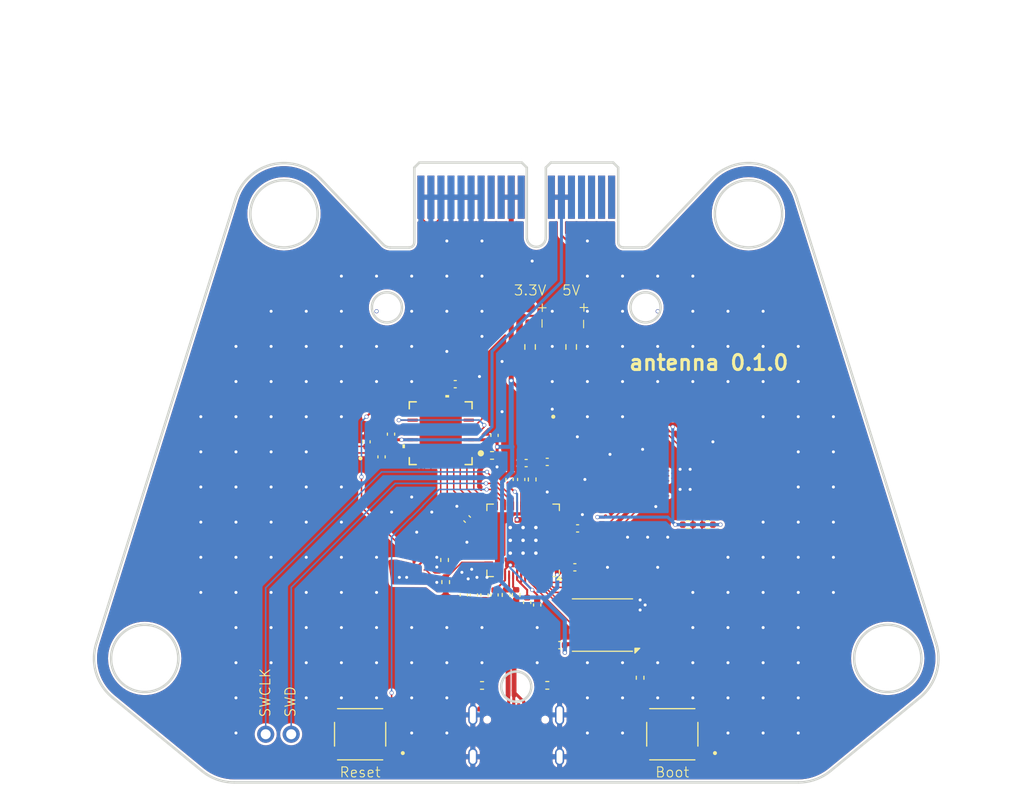
<source format=kicad_pcb>
(kicad_pcb (version 20240108) (generator "pcbnew") (generator_version "8.0")
  (layers (0 "F.Cu" signal) (31 "B.Cu" signal) (34 "B.Paste" user) (35 "F.Paste" user) (36 "B.SilkS" user "B.Silkscreen") (37 "F.SilkS" user "F.Silkscreen") (38 "B.Mask" user) (39 "F.Mask" user) (44 "Edge.Cuts" user))
  (net 0 "")
  (net 1 "+1.1V")
  (net 3 "CANINT")
  (net 4 "/XIN")
  (net 6 "BMPINT")
  (net 7 "BNORESET")
  (net 8 "BNOINT")
  (net 9 "CS")
  (net 10 "CANSTBY")
  (net 12 "GND")
  (net 13 "/USB_D2+")
  (net 14 "USB_D+")
  (net 15 "/XOUT_pre")
  (net 17 "SI")
  (net 18 "SCK")
  (net 19 "SO")
  (net 20 "USB_D-")
  (net 23 "/XOUT")
  (net 26 "OSC1")
  (net 28 "BOOT_LOAD")
  (net 30 "OSC2")
  (net 31 "tx")
  (net 32 "/QSPI_SS")
  (net 33 "/QSPI_SCLK")
  (net 34 "/QSPI_SD1")
  (net 35 "/QSPI_SD0")
  (net 36 "/QSPI_SD3")
  (net 37 "/QSPI_SD2")
  (net 38 "/~{USB_BOOT_S}")
  (net 40 "/USB_D2-")
  (net 41 "+3.3V")
  (net 46 "CANRESET")
  (net 48 "rx")
  (net 52 "+5V")
  (net 53 "/SWD")
  (net 54 "/SWCLK")
  (net 55 "/RUN")
  (net 56 "SDA0")
  (net 57 "SCL0")
  (net 58 "SDA1")
  (net 59 "SCL1")
  (net 60 "unconnected-(U2-GPIO0-Pad2)")
  (net 70 "CANN")
  (net 71 "CANP")
  (net 77 "Net-(D1-K)")
  (net 78 "Net-(D2-K)")
  (net 85 "Net-(J6-CC2)")
  (net 86 "Net-(J6-CC1)")
  (footprint "Package_SON:WSON-8-1EP_6x5mm_P1.27mm_EP3.4x4.3mm" (layer "F.Cu") (at 155 106.75 180)
    (property "Reference" "U4" (hide yes))
    (property "Value" "W25Q128JVP" (hide yes))
  )
  (footprint "Capacitor_SMD:C_0402_1005Metric" (layer "F.Cu") (at 146.905904 92.252137 90)
    (property "Reference" "C214" (hide yes))
    (property "Value" "100n" (hide yes))
  )
  (footprint "Resistor_SMD:R_0402_1005Metric" (layer "F.Cu") (at 148 92.25 90)
    (property "Reference" "R12" (hide yes))
    (property "Value" "1k" (hide yes))
  )
  (footprint "Resistor_SMD:R_0402_1005Metric" (layer "F.Cu") (at 145.400183 103.75 90)
    (property "Reference" "R204" (hide yes))
    (property "Value" "27" (hide yes))
  )
  (footprint "Capacitor_SMD:C_0402_1005Metric" (layer "F.Cu") (at 141.525268 96.188915 135)
    (property "Reference" "C212" (hide yes))
    (property "Value" "100n" (hide yes))
  )
  (footprint "Capacitor_SMD:C_0402_1005Metric" (layer "F.Cu") (at 145.75 92.25 90)
    (property "Reference" "C207" (hide yes))
    (property "Value" "100n" (hide yes))
  )
  (footprint "X322516MLB4SI:OSC_X322516MLB4SI" (layer "F.Cu") (at 128.85 89.051477 180)
    (property "Reference" "Y2" (hide yes))
    (property "Value" "X322516MLB4SI" (hide yes))
  )
  (footprint "TS-1187A-B-A-B:SW_TS-1187A-B-A-B" (layer "F.Cu") (at 130.865 117.625 180)
    (property "Reference" "S2" (hide yes))
    (property "Value" "TS-1187A-B-A-B" (hide yes))
  )
  (footprint "Resistor_SMD:R_0603_1608Metric" (layer "F.Cu") (at 151.885 79.055 -90)
    (property "Reference" "R2" (hide yes))
    (property "Value" "150")
  )
  (footprint "Resistor_SMD:R_0402_1005Metric" (layer "F.Cu") (at 139.387026 102.46872 -90)
    (property "Reference" "R222" (hide yes))
    (property "Value" "4.7k" (hide yes))
  )
  (footprint "LED_SMD:LED_0603_1608Metric" (layer "F.Cu") (at 147.795 75.955 90)
    (property "Reference" "D1" (hide yes))
    (property "Value" "LED")
  )
  (footprint "MCP25625T_E_ML:QFN28_6X6MC_MCH" (layer "F.Cu") (at 138.887999 87.644025 180)
    (property "Reference" "U9" (hide yes))
    (property "Value" "MCP25625T-E/ML" (hide yes))
  )
  (footprint "Resistor_SMD:R_0402_1005Metric" (layer "F.Cu") (at 163.51 96.75 180)
    (property "Reference" "R221" (hide yes))
    (property "Value" "4.7k" (hide yes))
  )
  (footprint "Capacitor_SMD:C_0402_1005Metric" (layer "F.Cu") (at 149.5 90.5)
    (property "Reference" "C10" (hide yes))
    (property "Value" "15p" (hide yes))
  )
  (footprint "Capacitor_SMD:C_0402_1005Metric" (layer "F.Cu") (at 148.5 104.75 -90)
    (property "Reference" "C206" (hide yes))
    (property "Value" "100n" (hide yes))
  )
  (footprint "Capacitor_SMD:C_0402_1005Metric" (layer "F.Cu") (at 152.25 101)
    (property "Reference" "C211" (hide yes))
    (property "Value" "100n" (hide yes))
  )
  (footprint "Resistor_SMD:R_0603_1608Metric" (layer "F.Cu") (at 147.795 79.055 -90)
    (property "Reference" "R1" (hide yes))
    (property "Value" "150")
  )
  (footprint "Capacitor_SMD:C_0402_1005Metric" (layer "F.Cu") (at 144.25 103.75 -90)
    (property "Reference" "C208" (hide yes))
    (property "Value" "1u" (hide yes))
  )
  (footprint "LED_SMD:LED_0603_1608Metric" (layer "F.Cu") (at 151.885 75.955 90)
    (property "Reference" "D2" (hide yes))
    (property "Value" "LED")
  )
  (footprint "Capacitor_SMD:C_0402_1005Metric" (layer "F.Cu") (at 147.401053 90.619624 180)
    (property "Reference" "C11" (hide yes))
    (property "Value" "15p" (hide yes))
  )
  (footprint "Connector_USB:USB_C_Receptacle_Palconn_UTC16-G" (layer "F.Cu") (at 146.41 117.625)
    (property "Reference" "J6" (hide yes))
    (property "Value" "USB_C_Receptacle_USB2.0_16P" (hide yes))
  )
  (footprint "ABM8-272-T3:ABM8-272-T3_ABR" (layer "F.Cu") (at 149 88 -90)
    (property "Reference" "X1" (hide yes))
    (property "Value" "ABM8-272-T3" (hide yes))
  )
  (footprint "Capacitor_SMD:C_0402_1005Metric" (layer "F.Cu") (at 152.523705 97.122962)
    (property "Reference" "C213" (hide yes))
    (property "Value" "100n" (hide yes))
  )
  (footprint "Capacitor_SMD:C_0402_1005Metric" (layer "F.Cu") (at 142.194841 103.749524 -90)
    (property "Reference" "C216" (hide yes))
    (property "Value" "100n" (hide yes))
  )
  (footprint "Capacitor_SMD:C_0402_1005Metric" (layer "F.Cu") (at 141.194841 103.749524 -90)
    (property "Reference" "C215" (hide yes))
    (property "Value" "100n" (hide yes))
  )
  (footprint "Resistor_SMD:R_0402_1005Metric" (layer "F.Cu") (at 144 89.854549 180)
    (property "Reference" "R91" (hide yes))
    (property "Value" "10k" (hide yes))
  )
  (footprint "Capacitor_SMD:C_0402_1005Metric" (layer "F.Cu") (at 143.25 103.75 -90)
    (property "Reference" "C210" (hide yes))
    (property "Value" "1u" (hide yes))
  )
  (footprint "Resistor_SMD:R_0402_1005Metric" (layer "F.Cu") (at 165.49 96.75 180)
    (property "Reference" "R220" (hide yes))
    (property "Value" "4.7k" (hide yes))
  )
  (footprint "Capacitor_SMD:C_0402_1005Metric" (layer "F.Cu") (at 133.942338 87.740095 90)
    (property "Reference" "C93" (hide yes))
    (property "Value" "100n" (hide yes))
  )
  (footprint "Resistor_SMD:R_0402_1005Metric" (layer "F.Cu") (at 146.400183 103.75 90)
    (property "Reference" "R203" (hide yes))
    (property "Value" "27" (hide yes))
  )
  (footprint "Resistor_SMD:R_0402_1005Metric" (layer "F.Cu") (at 143.005 112.765)
    (property "Reference" "R4" (hide yes))
    (property "Value" "5.1k" (hide yes))
  )
  (footprint "Package_DFN_QFN:QFN-56-1EP_7x7mm_P0.4mm_EP3.2x3.2mm" (layer "F.Cu") (at 147.1 98.3125 180)
    (property "Reference" "U2" (hide yes))
    (property "Value" "RP2040" (hide yes))
  )
  (footprint "Resistor_SMD:R_0402_1005Metric" (layer "F.Cu") (at 158.75 112 -90)
    (property "Reference" "R30" (hide yes))
    (property "Value" "1k" (hide yes))
  )
  (footprint "Capacitor_SMD:C_0402_1005Metric" (layer "F.Cu") (at 150.75 108.75 180)
    (property "Reference" "C40" (hide yes))
    (property "Value" "100n" (hide yes))
  )
  (footprint "Connector_PinHeader_2.54mm:PinHeader_1x02_P2.54mm_Vertical" (layer "F.Cu") (at 121.46 117.625 90)
    (property "Reference" "J4" (hide yes))
    (property "Value" "Conn_01x02" (hide yes))
  )
  (footprint "Resistor_SMD:R_0402_1005Metric" (layer "F.Cu") (at 149.505 112.755)
    (property "Reference" "R3" (hide yes))
    (property "Value" "5.1k" (hide yes))
  )
  (footprint "Capacitor_SMD:C_0402_1005Metric" (layer "F.Cu") (at 140.339105 82.759702)
    (property "Reference" "C90" (hide yes))
    (property "Value" "100n" (hide yes))
  )
  (footprint "Capacitor_SMD:C_0402_1005Metric" (layer "F.Cu") (at 144.249829 87.861863 90)
    (property "Reference" "C92" (hide yes))
    (property "Value" "100n" (hide yes))
  )
  (footprint "TS-1187A-B-A-B:SW_TS-1187A-B-A-B" (layer "F.Cu") (at 161.955 117.625 180)
    (property "Reference" "S1" (hide yes))
    (property "Value" "TS-1187A-B-A-B" (hide yes))
  )
  (footprint "Capacitor_SMD:C_0402_1005Metric" (layer "F.Cu") (at 147.5 104.5 -90)
    (property "Reference" "C209" (hide yes))
    (property "Value" "100n" (hide yes))
  )
  (footprint "Resistor_SMD:R_0402_1005Metric" (layer "F.Cu") (at 139.276509 100.269684 -90)
    (property "Reference" "R223" (hide yes))
    (property "Value" "4.7k" (hide yes))
  )
  (footprint "Capacitor_SMD:C_0402_1005Metric" (layer "F.Cu") (at 133 90 -90)
    (property "Reference" "C94" (hide yes))
    (property "Value" "22p" (hide yes))
  )
  (footprint "Capacitor_SMD:C_0402_1005Metric" (layer "F.Cu") (at 131.5 88.5 90)
    (property "Reference" "C95" (hide yes))
    (property "Value" "22p" (hide yes))
  )
  (footprint "Connector_PCBEdge:BUS_PCIexpress_x1" (layer "B.Cu") (at 136.913 64.138595)
    (property "Reference" "J1" (hide yes))
    (property "Value" "Bus_PCI_Express_x1" (hide yes))
    (fp_line (start -0.65 -2.95) (end -0.65 4.506267) (stroke (width 0.25)) (layer "Edge.Cuts"))
    (fp_line (start -0.15 -3.45) (end -0.65 -2.95) (stroke (width 0.25)) (layer "Edge.Cuts"))
    (fp_line (start 10.05 -3.45) (end -0.15 -3.45) (stroke (width 0.25)) (layer "Edge.Cuts"))
    (fp_line (start 10.05 -3.45) (end 10.55 -2.95) (stroke (width 0.25)) (layer "Edge.Cuts"))
    (fp_line (start 10.55 -2.95) (end 10.55 4) (stroke (width 0.25)) (layer "Edge.Cuts"))
    (fp_line (start 12.45 -2.95) (end 12.45 4) (stroke (width 0.25)) (layer "Edge.Cuts"))
    (fp_line (start 12.95 -3.45) (end 12.45 -2.95) (stroke (width 0.25)) (layer "Edge.Cuts"))
    (fp_line (start 19.15 -3.45) (end 12.95 -3.45) (stroke (width 0.25)) (layer "Edge.Cuts"))
    (fp_line (start 19.15 -3.45) (end 19.65 -2.95) (stroke (width 0.25)) (layer "Edge.Cuts"))
    (fp_line (start 19.65 4.506267) (end 19.65 -2.95) (stroke (width 0.25)) (layer "Edge.Cuts"))
    (fp_arc (start 12.45 4) (mid 11.5 4.95) (end 10.55 4) (stroke (width 0.25)) (layer "Edge.Cuts"))
  )
  (gr_circle (center 146.41283 112.879976) (end 144.91283 112.879976) (stroke (width 0.25)) (fill none) (layer "Edge.Cuts"))
  (gr_arc (start 118.464054 64.28372) (mid 122.139481 60.874661) (end 126.941842 62.312636) (stroke (width 0.25)) (layer "Edge.Cuts"))
  (gr_arc (start 136.255183 68.646243) (mid 136.108747 68.99981) (end 135.755183 69.146243) (stroke (width 0.25)) (layer "Edge.Cuts"))
  (gr_line (start 159.678146 68.835514) (end 165.883818 62.312636) (stroke (width 0.25)) (layer "Edge.Cuts"))
  (gr_circle (center 159.29063 75.110176) (end 157.79063 75.110176) (stroke (width 0.25)) (fill none) (layer "Edge.Cuts"))
  (gr_line (start 106.209732 113.973169) (end 115.111431 121.274551) (stroke (width 0.25)) (layer "Edge.Cuts"))
  (gr_circle (center 183.413305 110.068595) (end 180.063305 110.068595) (stroke (width 0.25)) (fill none) (layer "Edge.Cuts"))
  (gr_arc (start 165.883818 62.312636) (mid 170.686185 60.874648) (end 174.361606 64.28372) (stroke (width 0.25)) (layer "Edge.Cuts"))
  (gr_arc (start 188.23235 108.558859) (mid 188.25225 111.51324) (end 186.615928 113.973169) (stroke (width 0.25)) (layer "Edge.Cuts"))
  (gr_arc (start 177.714229 121.274551) (mid 176.212252 122.125005) (end 174.511606 122.419976) (stroke (width 0.25)) (layer "Edge.Cuts"))
  (gr_arc (start 157.070477 69.146243) (mid 156.716953 68.999784) (end 156.570477 68.646243) (stroke (width 0.25)) (layer "Edge.Cuts"))
  (gr_arc (start 133.872018 69.146243) (mid 133.477854 69.065286) (end 133.147515 68.835514) (stroke (width 0.25)) (layer "Edge.Cuts"))
  (gr_circle (center 169.542561 65.793456) (end 166.192561 65.793456) (stroke (width 0.25)) (fill none) (layer "Edge.Cuts"))
  (gr_line (start 118.464054 64.28372) (end 104.59331 108.558859) (stroke (width 0.25)) (layer "Edge.Cuts"))
  (gr_line (start 174.511606 122.419976) (end 118.314054 122.419976) (stroke (width 0.25)) (layer "Edge.Cuts"))
  (gr_line (start 158.953642 69.146243) (end 157.070477 69.146243) (stroke (width 0.25)) (layer "Edge.Cuts"))
  (gr_circle (center 109.412355 110.068595) (end 106.062355 110.068595) (stroke (width 0.25)) (fill none) (layer "Edge.Cuts"))
  (gr_circle (center 133.53503 75.110176) (end 132.03503 75.110176) (stroke (width 0.25)) (fill none) (layer "Edge.Cuts"))
  (gr_arc (start 159.678146 68.835514) (mid 159.34781 69.065303) (end 158.953642 69.146243) (stroke (width 0.25)) (layer "Edge.Cuts"))
  (gr_arc (start 106.209732 113.973169) (mid 104.573375 111.513248) (end 104.59331 108.558859) (stroke (width 0.25)) (layer "Edge.Cuts"))
  (gr_line (start 133.147515 68.835514) (end 126.941842 62.312636) (stroke (width 0.25)) (layer "Edge.Cuts"))
  (gr_line (start 133.872018 69.146243) (end 135.755183 69.146243) (stroke (width 0.25)) (layer "Edge.Cuts"))
  (gr_circle (center 123.2831 65.793456) (end 119.9331 65.793456) (stroke (width 0.25)) (fill none) (layer "Edge.Cuts"))
  (gr_line (start 186.615928 113.973169) (end 177.714229 121.274551) (stroke (width 0.25)) (layer "Edge.Cuts"))
  (gr_arc (start 118.314054 122.419976) (mid 116.613416 122.12499) (end 115.111431 121.274551) (stroke (width 0.25)) (layer "Edge.Cuts"))
  (gr_line (start 174.361606 64.28372) (end 188.23235 108.558859) (stroke (width 0.25)) (layer "Edge.Cuts"))
  (gr_text "antenna 0.1.0" (at 157.5 81.5 0) (layer "F.SilkS") (effects (font (size 1.5 1.5) (thickness 0.3) (bold yes)) (justify left bottom)))
  (gr_text "SWD" (at 124.5 116 90) (layer "F.SilkS") (effects (font (size 1 1) (thickness 0.1)) (justify left bottom)))
  (gr_text "Boot" (at 161.955 122 0) (layer "F.SilkS") (effects (font (size 1 1) (thickness 0.1)) (justify bottom)))
  (gr_text "5V" (at 151.885 74 0) (layer "F.SilkS") (effects (font (size 1 1) (thickness 0.1)) (justify bottom)))
  (gr_text "Reset" (at 130.865 122 0) (layer "F.SilkS") (effects (font (size 1 1) (thickness 0.1)) (justify bottom)))
  (gr_text "3.3V" (at 147.795 74 0) (layer "F.SilkS") (effects (font (size 1 1) (thickness 0.1)) (justify bottom)))
  (gr_text "SWCLK" (at 122 116 90) (layer "F.SilkS") (effects (font (size 1 1) (thickness 0.1)) (justify left bottom)))
  (segment (start 157.6125 91.8875) (end 157.5 92) (width 0.15) (layer "F.Cu") (net 0))
  (segment (start 161.5875 91.3875) (end 160.8675 91.3875) (width 0.15) (layer "F.Cu") (net 0))
  (segment (start 155.925 92.65) (end 154.825 93.75) (width 0.15) (layer "F.Cu") (net 0))
  (segment (start 155.925 92) (end 155.925 92.65) (width 0.15) (layer "F.Cu") (net 0))
  (segment (start 169 89.874973) (end 170.894973 89.874973) (width 0.15) (layer "F.Cu") (net 0))
  (segment (start 170.894973 89.874973) (end 171 89.98) (width 0.15) (layer "F.Cu") (net 0))
  (segment (start 161.5875 91.8875) (end 157.6125 91.8875) (width 0.15) (layer "F.Cu") (net 0))
  (segment (start 160.8675 91.3875) (end 159.98 90.5) (width 0.15) (layer "F.Cu") (net 0))
  (segment (start 169 89.874973) (end 167.987473 90.8875) (width 0.15) (layer "F.Cu") (net 0))
  (segment (start 169.145027 92.52) (end 169 92.374973) (width 0.15) (layer "F.Cu") (net 0))
  (segment (start 168.012527 91.3875) (end 164.9125 91.3875) (width 0.15) (layer "F.Cu") (net 0))
  (segment (start 169 92.374973) (end 168.012527 91.3875) (width 0.15) (layer "F.Cu") (net 0))
  (segment (start 171 92.52) (end 169.145027 92.52) (width 0.15) (layer "F.Cu") (net 0))
  (segment (start 167.987473 90.8875) (end 164.9125 90.8875) (width 0.15) (layer "F.Cu") (net 0))
  (segment (start 145.75 93) (end 145.75 92.73) (width 0.2) (layer "F.Cu") (net 1))
  (segment (start 148 103.25) (end 148.5 103.75) (width 0.2) (layer "F.Cu") (net 1))
  (segment (start 145.3 102.28386) (end 144.31386 103.27) (width 0.2) (layer "F.Cu") (net 1))
  (segment (start 146.278167 93.471833) (end 146.221833 93.471833) (width 0.15) (layer "F.Cu") (net 1))
  (segment (start 148.5 103.75) (end 148.5 104.27) (width 0.2) (layer "F.Cu") (net 1))
  (segment (start 145.716508 100.783492) (end 145.830177 100.783492) (width 0.2) (layer "F.Cu") (net 1))
  (segment (start 146.278167 93.471833) (end 146.5 93.693666) (width 0.15) (layer "F.Cu") (net 1))
  (segment (start 147.3 101.75) (end 147.3 102.55) (width 0.2) (layer "F.Cu") (net 1))
  (segment (start 145.3 101.75) (end 145.3 102.28386) (width 0.2) (layer "F.Cu") (net 1))
  (segment (start 144.31386 103.27) (end 144.25 103.27) (width 0.2) (layer "F.Cu") (net 1))
  (segment (start 146.221833 93.471833) (end 145.75 93) (width 0.2) (layer "F.Cu") (net 1))
  (segment (start 147.3 102.55) (end 148 103.25) (width 0.2) (layer "F.Cu") (net 1))
  (segment (start 145.3 101.2) (end 145.716508 100.783492) (width 0.2) (layer "F.Cu") (net 1))
  (segment (start 146.5 93.693666) (end 146.5 94.875) (width 0.15) (layer "F.Cu") (net 1))
  (segment (start 145.3 101.75) (end 145.3 101.2) (width 0.2) (layer "F.Cu") (net 1))
  (via (at 146.5 96.25) (size 0.4) (drill 0.3) (layers "F.Cu" "B.Cu") (net 1))
  (via (at 148 103.25) (size 0.4) (drill 0.3) (layers "F.Cu" "B.Cu") (net 1))
  (via (at 146.278167 93.471833) (size 0.4) (drill 0.3) (layers "F.Cu" "B.Cu") (net 1))
  (via (at 145.830177 100.783492) (size 0.4) (drill 0.3) (layers "F.Cu" "B.Cu") (net 1))
  (segment (start 146.5 93.693666) (end 146.278167 93.471833) (width 0.2) (layer "B.Cu") (net 1))
  (segment (start 145.830177 100.783492) (end 145.830177 101.080177) (width 0.2) (layer "B.Cu") (net 1))
  (segment (start 146.5 96.25) (end 146.5 93.693666) (width 0.2) (layer "B.Cu") (net 1))
  (segment (start 145.830177 101.080177) (end 148 103.25) (width 0.2) (layer "B.Cu") (net 1))
  (segment (start 138.887999 95.696007) (end 141.304492 98.1125) (width 0.15) (layer "F.Cu") (net 3))
  (segment (start 141.304492 98.1125) (end 143.6625 98.1125) (width 0.15) (layer "F.Cu") (net 3))
  (segment (start 138.887999 90.438025) (end 138.887999 95.696007) (width 0.15) (layer "F.Cu") (net 3))
  (segment (start 149.02 90.5) (end 149.02 87.580001) (width 0.15) (layer "F.Cu") (net 4))
  (segment (start 149.02 87.580001) (end 149.400002 87.199999) (width 0.15) (layer "F.Cu") (net 4))
  (segment (start 149 90.52) (end 149 92.663247) (width 0.15) (layer "F.Cu") (net 4))
  (segment (start 149.400002 87.199999) (end 150.1 87.199999) (width 0.15) (layer "F.Cu") (net 4))
  (segment (start 147.7 93.963247) (end 147.7 94.875) (width 0.15) (layer "F.Cu") (net 4))
  (segment (start 149 92.663247) (end 147.7 93.963247) (width 0.15) (layer "F.Cu") (net 4))
  (segment (start 149.02 90.5) (end 149 90.52) (width 0.15) (layer "F.Cu") (net 4))
  (segment (start 137 99) (end 140.013869 99) (width 0.15) (layer "F.Cu") (net 6))
  (segment (start 136.75 99.25) (end 137 99) (width 0.15) (layer "F.Cu") (net 6))
  (segment (start 140.726369 99.7125) (end 143.6625 99.7125) (width 0.15) (layer "F.Cu") (net 6))
  (segment (start 140.013869 99) (end 140.726369 99.7125) (width 0.15) (layer "F.Cu") (net 6))
  (segment (start 136.75 99.735) (end 136.75 99.25) (width 0.15) (layer "F.Cu") (net 6))
  (segment (start 161.5875 92.3875) (end 159.8625 92.3875) (width 0.15) (layer "F.Cu") (net 7))
  (segment (start 154.5375 97.7125) (end 150.5375 97.7125) (width 0.15) (layer "F.Cu") (net 7))
  (segment (start 159.8625 92.3875) (end 154.5375 97.7125) (width 0.15) (layer "F.Cu") (net 7))
  (segment (start 155.6375 98.1125) (end 150.5375 98.1125) (width 0.15) (layer "F.Cu") (net 8))
  (segment (start 159.8625 93.8875) (end 155.6375 98.1125) (width 0.15) (layer "F.Cu") (net 8))
  (segment (start 161.5875 93.8875) (end 159.8625 93.8875) (width 0.15) (layer "F.Cu") (net 8))
  (segment (start 141.5 89.776025) (end 141.5 93.188949) (width 0.15) (layer "F.Cu") (net 9))
  (segment (start 143.186051 94.875) (end 144.5 94.875) (width 0.15) (layer "F.Cu") (net 9))
  (segment (start 141.681999 89.594026) (end 141.5 89.776025) (width 0.15) (layer "F.Cu") (net 9))
  (segment (start 141.5 93.188949) (end 143.186051 94.875) (width 0.15) (layer "F.Cu") (net 9))
  (segment (start 131.805976 85.694024) (end 136.093999 85.694024) (width 0.2) (layer "F.Cu") (net 10))
  (segment (start 140.25 98.5) (end 141.0625 99.3125) (width 0.15) (layer "F.Cu") (net 10))
  (segment (start 131.5 86) (end 131.805976 85.694024) (width 0.2) (layer "F.Cu") (net 10))
  (segment (start 141.0625 99.3125) (end 143.6625 99.3125) (width 0.15) (layer "F.Cu") (net 10))
  (segment (start 134.5 98.5) (end 140.25 98.5) (width 0.15) (layer "F.Cu") (net 10))
  (segment (start 131 95) (end 134.5 98.5) (width 0.15) (layer "F.Cu") (net 10))
  (segment (start 131 92) (end 131 95) (width 0.15) (layer "F.Cu") (net 10))
  (via (at 131 92) (size 0.4) (drill 0.3) (layers "F.Cu" "B.Cu") (net 10))
  (via (at 131.5 86) (size 0.4) (drill 0.3) (layers "F.Cu" "B.Cu") (net 10))
  (segment (start 131 86.5) (end 131.5 86) (width 0.15) (layer "B.Cu") (net 10))
  (segment (start 131 92) (end 131 86.5) (width 0.15) (layer "B.Cu") (net 10))
  (segment (start 146.772137 91.772137) (end 146 91) (width 0.3) (layer "F.Cu") (net 12))
  (segment (start 162.3625 94.3875) (end 162.5 94.525) (width 0.15) (layer "F.Cu") (net 12))
  (segment (start 148.1 86.949999) (end 147.95 86.949999) (width 0.15) (layer "F.Cu") (net 12))
  (segment (start 142.913 64.138595) (end 139.913 64.138595) (width 0.5) (layer "F.Cu") (net 12))
  (segment (start 161.725 89.75) (end 161.5875 89.8875) (width 0.2) (layer "F.Cu") (net 12))
  (segment (start 161.5875 94.3875) (end 162.3625 94.3875) (width 0.2) (layer "F.Cu") (net 12))
  (segment (start 146.905904 91.772137) (end 146.772137 91.772137) (width 0.3) (layer "F.Cu") (net 12))
  (segment (start 137.79 100.975) (end 137.765 101) (width 0.15) (layer "F.Cu") (net 12))
  (segment (start 141.185857 95.849504) (end 141.185857 95.607337) (width 0.2) (layer "F.Cu") (net 12))
  (segment (start 138.407065 89.186934) (end 138.407065 88.957723) (width 0.2) (layer "F.Cu") (net 12))
  (segment (start 141.185857 95.607337) (end 140.5 94.92148) (width 0.2) (layer "F.Cu") (net 12))
  (segment (start 136.605075 87.644025) (end 139.399075 87.644025) (width 0.3) (layer "F.Cu") (net 12))
  (segment (start 148.75 93.75) (end 149 93.75) (width 0.2) (layer "F.Cu") (net 12))
  (segment (start 136.235 100.5) (end 136.235 100) (width 0.3) (layer "F.Cu") (net 12))
  (segment (start 162.5 89.75) (end 161.725 89.75) (width 0.2) (layer "F.Cu") (net 12))
  (segment (start 148.1 94.875) (end 148.1 94.4) (width 0.2) (layer "F.Cu") (net 12))
  (segment (start 148.1 94.4) (end 148.75 93.75) (width 0.2) (layer "F.Cu") (net 12))
  (segment (start 138.5 100.975) (end 137.79 100.975) (width 0.2) (layer "F.Cu") (net 12))
  (segment (start 137.765 100) (end 138.5 100) (width 0.2) (layer "F.Cu") (net 12))
  (via (at 174.5 89.5) (size 0.4) (drill 0.3) (layers "F.Cu" "B.Cu") (net 12))
  (via (at 153 95.75) (size 0.4) (drill 0.3) (layers "F.Cu" "B.Cu") (net 12))
  (via (at 149.5 93.5) (size 0.4) (drill 0.3) (layers "F.Cu" "B.Cu") (net 12))
  (via (at 158.75 104.25) (size 0.4) (drill 0.3) (layers "F.Cu" "B.Cu") (net 12))
  (via (at 143 72) (size 0.4) (drill 0.3) (layers "F.Cu" "B.Cu") (net 12))
  (via (at 140.5 94.92148) (size 0.4) (drill 0.3) (layers "F.Cu" "B.Cu") (net 12))
  (via (at 171 75.5) (size 0.4) (drill 0.3) (layers "F.Cu" "B.Cu") (net 12))
  (via (at 167.5 114) (size 0.4) (drill 0.3) (layers "F.Cu" "B.Cu") (net 12))
  (via (at 139.5 72) (size 0.4) (drill 0.3) (layers "F.Cu" "B.Cu") (net 12))
  (via (at 125.5 100) (size 0.4) (drill 0.3) (layers "F.Cu" "B.Cu") (net 12))
  (via (at 153.5 110.5) (size 0.4) (drill 0.3) (layers "F.Cu" "B.Cu") (net 12))
  (via (at 160.5 75.5) (size 0.4) (drill 0.3) (layers "F.Cu" "B.Cu") (net 12))
  (via (at 129 114) (size 0.4) (drill 0.3) (layers "F.Cu" "B.Cu") (net 12))
  (via (at 122 75.5) (size 0.4) (drill 0.3) (layers "F.Cu" "B.Cu") (net 12))
  (via (at 164 82.5) (size 0.4) (drill 0.3) (layers "F.Cu" "B.Cu") (net 12))
  (via (at 129 79) (size 0.4) (drill 0.3) (layers "F.Cu" "B.Cu") (net 12))
  (via (at 178 103.5) (size 0.4) (drill 0.3) (layers "F.Cu" "B.Cu") (net 12))
  (via (at 143 68.5) (size 0.4) (drill 0.3) (layers "F.Cu" "B.Cu") (net 12))
  (via (at 136 79) (size 0.4) (drill 0.3) (layers "F.Cu" "B.Cu") (net 12))
  (via (at 118.5 103.5) (size 0.4) (drill 0.3) (layers "F.Cu" "B.Cu") (net 12))
  (via (at 144.5 91) (size 0.4) (drill 0.3) (layers "F.Cu" "B.Cu") (net 12))
  (via (at 167.5 79) (size 0.4) (drill 0.3) (layers "F.Cu" "B.Cu") (net 12))
  (via (at 122 86) (size 0.4) (drill 0.3) (layers "F.Cu" "B.Cu") (net 12))
  (via (at 174.5 114) (size 0.4) (drill 0.3) (layers "F.Cu" "B.Cu") (net 12))
  (via (at 145.818053 99.587234) (size 0.5) (drill 0.35) (layers "F.Cu" "B.Cu") (net 12))
  (via (at 163.730735 91.239321) (size 0.4) (drill 0.3) (layers "F.Cu" "B.Cu") (net 12))
  (via (at 148.5 110.5) (size 0.4) (drill 0.3) (layers "F.Cu" "B.Cu") (net 12))
  (via (at 136 75.5) (size 0.4) (drill 0.3) (layers "F.Cu" "B.Cu") (net 12))
  (via (at 174.5 96.5) (size 0.4) (drill 0.3) (layers "F.Cu" "B.Cu") (net 12))
  (via (at 160.5 114) (size 0.4) (drill 0.3) (layers "F.Cu" "B.Cu") (net 12))
  (via (at 125.5 93) (size 0.4) (drill 0.3) (layers "F.Cu" "B.Cu") (net 12))
  (via (at 171 103.5) (size 0.4) (drill 0.3) (layers "F.Cu" "B.Cu") (net 12))
  (via (at 138 95.5) (size 0.4) (drill 0.3) (layers "F.Cu" "B.Cu") (net 12))
  (via (at 115 103.5) (size 0.4) (drill 0.3) (layers "F.Cu" "B.Cu") (net 12))
  (via (at 125.5 110.5) (size 0.4) (drill 0.3) (layers "F.Cu" "B.Cu") (net 12))
  (via (at 171 110.5) (size 0.4) (drill 0.3) (layers "F.Cu" "B.Cu") (net 12))
  (via (at 174.5 79) (size 0.4) (drill 0.3) (layers "F.Cu" "B.Cu") (net 12))
  (via (at 150 79) (size 0.4) (drill 0.3) (layers "F.Cu" "B.Cu") (net 12))
  (via (at 122 93) (size 0.4) (drill 0.3) (layers "F.Cu" "B.Cu") (net 12))
  (via (at 178 100) (size 0.4) (drill 0.3) (layers "F.Cu" "B.Cu") (net 12))
  (via (at 153.5 68.5) (size 0.4) (drill 0.3) (layers "F.Cu" "B.Cu") (net 12))
  (via (at 147.093053 99.587234) (size 0.5) (drill 0.35) (layers "F.Cu" "B.Cu") (net 12))
  (via (at 161.5 98) (size 0.4) (drill 0.3) (layers "F.Cu" "B.Cu") (net 12))
  (via (at 148.5 107) (size 0.4) (drill 0.3) (layers "F.Cu" "B.Cu") (net 12))
  (via (at 138.5 100) (size 0.4) (drill 0.3) (layers "F.Cu" "B.Cu") (net 12))
  (via (at 118.5 117.5) (size 0.4) (drill 0.3) (layers "F.Cu" "B.Cu") (net 12))
  (via (at 118.5 89.5) (size 0.4) (drill 0.3) (layers "F.Cu" "B.Cu") (net 12))
  (via (at 129 86) (size 0.4) (drill 0.3) (layers "F.Cu" "B.Cu") (net 12))
  (via (at 139.5 114) (size 0.4) (drill 0.3) (layers "F.Cu" "B.Cu") (net 12))
  (via (at 122 103.5) (size 0.4) (drill 0.3) (layers "F.Cu" "B.Cu") (net 12))
  (via (at 132.5 114) (size 0.4) (drill 0.3) (layers "F.Cu" "B.Cu") (net 12))
  (via (at 153.5 75.5) (size 0.4) (drill 0.3) (layers "F.Cu" "B.Cu") (net 12))
  (via (at 145.818053 98.312234) (size 0.5) (drill 0.35) (layers "F.Cu" "B.Cu") (net 12))
  (via (at 122 82.5) (size 0.4) (drill 0.3) (layers "F.Cu" "B.Cu") (net 12))
  (via (at 148.368053 98.312234) (size 0.5) (drill 0.35) (layers "F.Cu" "B.Cu") (net 12))
  (via (at 164 114) (size 0.4) (drill 0.3) (layers "F.Cu" "B.Cu") (net 12))
  (via (at 125.5 96.5) (size 0.4) (drill 0.3) (layers "F.Cu" "B.Cu") (net 12))
  (via (at 145 80.5) (size 0.4) (drill 0.3) (layers "F.Cu" "B.Cu") (net 12))
  (via (at 160.5 82.5) (size 0.4) (drill 0.3) (layers "F.Cu" "B.Cu") (net 12))
  (via (at 164 72) (size 0.4) (drill 0.3) (layers "F.Cu" "B.Cu") (net 12))
  (via (at 178 96.5) (size 0.4) (drill 0.3) (layers "F.Cu" "B.Cu") (net 12))
  (via (at 153.5 86) (size 0.4) (drill 0.3) (layers "F.Cu" "B.Cu") (net 12))
  (via (at 153.25 92.25) (size 0.4) (drill 0.3) (layers "F.Cu" "B.Cu") (net 12))
  (via (at 132.5 72) (size 0.4) (drill 0.3) (layers "F.Cu" "B.Cu") (net 12))
  (via (at 143 78) (size 0.4) (drill 0.3) (layers "F.Cu" "B.Cu") (net 12))
  (via (at 153.5 72) (size 0.4) (drill 0.3) (layers "F.Cu" "B.Cu") (net 12))
  (via (at 162.730735 93.239321) (size 0.4) (drill 0.3) (layers "F.Cu" "B.Cu") (net 12))
  (via (at 157 75.5) (size 0.4) (drill 0.3) (layers "F.Cu" "B.Cu") (net 12))
  (via (at 160.5 79) (size 0.4) (drill 0.3) (layers "F.Cu" "B.Cu") (net 12))
  (via (at 129 82.5) (size 0.4) (drill 0.3) (layers "F.Cu" "B.Cu") (net 12))
  (via (at 122 89.5) (size 0.4) (drill 0.3) (layers "F.Cu" "B.Cu") (net 12))
  (via (at 136 94) (size 0.4) (drill 0.3) (layers "F.Cu" "B.Cu") (net 12))
  (via (at 174.5 110.5) (size 0.4) (drill 0.3) (layers "F.Cu" "B.Cu") (net 12))
  (via (at 164 75.5) (size 0.4) (drill 0.3) (layers "F.Cu" "B.Cu") (net 12))
  (via (at 122 100) (size 0.4) (drill 0.3) (layers "F.Cu" "B.Cu") (net 12))
  (via (at 162.730735 91.239321) (size 0.4) (drill 0.3) (layers "F.Cu" "B.Cu") (net 12))
  (via (at 118.5 107) (size 0.4) (drill 0.3) (layers "F.Cu" "B.Cu") (net 12))
  (via (at 129 107) (size 0.4) (drill 0.3) (layers "F.Cu" "B.Cu") (net 12))
  (via (at 153.5 79) (size 0.4) (drill 0.3) (layers "F.Cu" "B.Cu") (net 12))
  (via (at 118.5 86) (size 0.4) (drill 0.3) (layers "F.Cu" "B.Cu") (net 12))
  (via (at 158.75 105.25) (size 0.4) (drill 0.3) (layers "F.Cu" "B.Cu") (net 12))
  (via (at 174.5 82.5) (size 0.4) (drill 0.3) (layers "F.Cu" "B.Cu") (net 12))
  (via (at 159.5 98) (size 0.4) (drill 0.3) (layers "F.Cu" "B.Cu") (net 12))
  (via (at 157 72) (size 0.4) (drill 0.3) (layers "F.Cu" "B.Cu") (net 12))
  (via (at 166 88.5) (size 0.4) (drill 0.3) (layers "F.Cu" "B.Cu") (net 12))
  (via (at 164 107) (size 0.4) (drill 0.3) (layers "F.Cu" "B.Cu") (net 12))
  (via (at 141.5 98.5) (size 0.4) (drill 0.3) (layers "F.Cu" "B.Cu") (net 12))
  (via (at 160.310517 94.949057) (size 0.4) (drill 0.3) (layers "F.Cu" "B.Cu") (net 12))
  (via (at 155.5 101) (size 0.4) (drill 0.3) (layers "F.Cu" "B.Cu") (net 12))
  (via (at 122 110.5) (size 0.4) (drill 0.3) (layers "F.Cu" "B.Cu") (net 12))
  (via (at 136.5 97.5) (size 0.4) (drill 0.3) (layers "F.Cu" "B.Cu") (net 12))
  (via (at 132.5 100) (size 0.4) (drill 0.3) (layers "F.Cu" "B.Cu") (net 12))
  (via (at 164 103.5) (size 0.4) (drill 0.3) (layers "F.Cu" "B.Cu") (net 12))
  (via (at 178 89.5) (size 0.4) (drill 0.3) (layers "F.Cu" "B.Cu") (net 12))
  (via (at 171 79) (size 0.4) (drill 0.3) (layers "F.Cu" "B.Cu") (net 12))
  (via (at 129 72) (size 0.4) (drill 0.3) (layers "F.Cu" "B.Cu") (net 12))
  (via (at 174.5 100) (size 0.4) (drill 0.3) (layers "F.Cu" "B.Cu") (net 12))
  (via (at 122 79) (size 0.4) (drill 0.3) (layers "F.Cu" "B.Cu") (net 12))
  (via (at 159 89.25) (size 0.4) (drill 0.3) (layers "F.Cu" "B.Cu") (net 12))
  (via (at 157 82.5) (size 0.4) (drill 0.3) (layers "F.Cu" "B.Cu") (net 12))
  (via (at 136 107) (size 0.4) (drill 0.3) (layers "F.Cu" "B.Cu") (net 12))
  (via (at 122 96.5) (size 0.4) (drill 0.3) (layers "F.Cu" "B.Cu") (net 12))
  (via (at 174.5 86) (size 0.4) (drill 0.3) (layers "F.Cu" "B.Cu") (net 12))
  (via (at 122 107) (size 0.4) (drill 0.3) (layers "F.Cu" "B.Cu") (net 12))
  (via (at 125.5 103.5) (size 0.4) (drill 0.3) (layers "F.Cu" "B.Cu") (net 12))
  (via (at 178 86) (size 0.4) (drill 0.3) (layers "F.Cu" "B.Cu") (net 12))
  (via (at 160.5 101) (size 0.4) (drill 0.3) (layers "F.Cu" "B.Cu") (net 12))
  (via (at 145.818053 97.037234) (size 0.5) (drill 0.35) (layers "F.Cu" "B.Cu") (net 12))
  (via (at 163.730735 93.239321) (size 0.4) (drill 0.3) (layers "F.Cu" "B.Cu") (net 12))
  (via (at 143 110.5) (size 0.4) (drill 0.3) (layers "F.Cu" "B.Cu") (net 12))
  (via (at 139.5 79.5) (size 0.4) (drill 0.3) (layers "F.Cu" "B.Cu") (net 12))
  (via (at 150 85.25) (size 0.4) (drill 0.3) (layers "F.Cu" "B.Cu") (net 12))
  (via (at 118.5 96.5) (size 0.4) (drill 0.3) (layers "F.Cu" "B.Cu") (net 12))
  (via (at 115 100) (size 0.4) (drill 0.3) (layers "F.Cu" "B.Cu") (net 12))
  (via (at 132.5 82.5) (size 0.4) (drill 0.3) (layers "F.Cu" "B.Cu") (net 12))
  (via (at 157.5 98) (size 0.4) (drill 0.3) (layers "F.Cu" "B.Cu") (net 12))
  (via (at 150 75.5) (size 0.4) (drill 0.3) (layers "F.Cu" "B.Cu") (net 12))
  (via (at 115 89.5) (size 0.4) (drill 0.3) (layers "F.Cu" "B.Cu") (net 12))
  (via (at 115 86) (size 0.4) (drill 0.3) (layers "F.Cu" "B.Cu") (net 12))
  (via (at 164 110.5) (size 0.4) (drill 0.3) (layers "F.Cu" "B.Cu") (net 12))
  (via (at 143 107) (size 0.4) (drill 0.3) (layers "F.Cu" "B.Cu") (net 12))
  (via (at 159.25 104.75) (size 0.4) (drill 0.3) (layers "F.Cu" "B.Cu") (net 12))
  (via (at 139.5 117.5) (size 0.4) (drill 0.3) (layers "F.Cu" "B.Cu") (net 12))
  (via (at 129 100) (size 0.4) (drill 0.3) (layers "F.Cu" "B.Cu") (net 12))
  (via (at 167.5 100) (size 0.4) (drill 0.3) (layers "F.Cu" "B.Cu") (net 12))
  (via (at 136 117.5) (size 0.4) (drill 0.3) (layers "F.Cu" "B.Cu") (net 12))
  (via (at 132.5 107) (size 0.4) (drill 0.3) (layers "F.Cu" "B.Cu") (net 12))
  (via (at 125.5 114) (size 0.4) (drill 0.3) (layers "F.Cu" "B.Cu") (net 12))
  (via (at 136 72) (size 0.4) (drill 0.3) (layers "F.Cu" "B.Cu") (net 12))
  (via (at 157 110.5) (size 0.4) (drill 0.3) (layers "F.Cu" "B.Cu") (net 12))
  (via (at 153.5 114) (size 0.4) (drill 0.3) (layers "F.Cu" "B.Cu") (net 12))
  (via (at 129 110.5) (size 0.4) (drill 0.3) (layers "F.Cu" "B.Cu") (net 12))
  (via (at 147.093053 97.037234) (size 0.5) (drill 0.35) (layers "F.Cu" "B.Cu") (net 12))
  (via (at 147.093053 98.312234) (size 0.5) (drill 0.35) (layers "F.Cu" "B.Cu") (net 12))
  (via (at 136 82.5) (size 0.4) (drill 0.3) (layers "F.Cu" "B.Cu") (net 12))
  (via (at 118.5 114) (size 0.4) (drill 0.3) (layers "F.Cu" "B.Cu") (net 12))
  (via (at 148.368053 97.037234) (size 0.5) (drill 0.35) (layers "F.Cu" "B.Cu") (net 12))
  (via (at 132.5 75.5) (size 0.4) (drill 0.3) (layers "F.Cu" "B.Cu") (net 12))
  (via (at 174.5 117.5) (size 0.4) (drill 0.3) (layers "F.Cu" "B.Cu") (net 12))
  (via (at 157 117.5) (size 0.4) (drill 0.3) (layers "F.Cu" "B.Cu") (net 12))
  (via (at 178 93) (size 0.4) (drill 0.3) (layers "F.Cu" "B.Cu") (net 12))
  (via (at 167.5 107) (size 0.4) (drill 0.3) (layers "F.Cu" "B.Cu") (net 12))
  (via (at 136 114) (size 0.4) (drill 0.3) (layers "F.Cu" "B.Cu") (net 12))
  (via (at 125.5 82.5) (size 0.4) (drill 0.3) (layers "F.Cu" "B.Cu") (net 12))
  (via (at 155.75 89.75) (size 0.4) (drill 0.3) (layers "F.Cu" "B.Cu") (net 12))
  (via (at 125.5 89.5) (size 0.4) (drill 0.3) (layers "F.Cu" "B.Cu") (net 12))
  (via (at 150 82.5) (size 0.4) (drill 0.3) (layers "F.Cu" "B.Cu") (net 12))
  (via (at 139.5 75.5) (size 0.4) (drill 0.3) (layers "F.Cu" "B.Cu") (net 12))
  (via (at 174.5 103.5) (size 0.4) (drill 0.3) (layers "F.Cu" "B.Cu") (net 12))
  (via (at 129 96.5) (size 0.4) (drill 0.3) (layers "F.Cu" "B.Cu") (net 12))
  (via (at 125.5 107) (size 0.4) (drill 0.3) (layers "F.Cu" "B.Cu") (net 12))
  (via (at 160.5 110.5) (size 0.4) (drill 0.3) (layers "F.Cu" "B.Cu") (net 12))
  (via (at 138.5 100.975) (size 0.4) (drill 0.3) (layers "F.Cu" "B.Cu") (net 12))
  (via (at 118.5 110.5) (size 0.4) (drill 0.3) (layers "F.Cu" "B.Cu") (net 12))
  (via (at 171 100) (size 0.4) (drill 0.3) (layers "F.Cu" "B.Cu") (net 12))
  (via (at 167.5 110.5) (size 0.4) (drill 0.3) (layers "F.Cu" "B.Cu") (net 12))
  (via (at 153.5 117.5) (size 0.4) (drill 0.3) (layers "F.Cu" "B.Cu") (net 12))
  (via (at 171 117.5) (size 0.4) (drill 0.3) (layers "F.Cu" "B.Cu") (net 12))
  (via (at 167.5 82.5) (size 0.4) (drill 0.3) (layers "F.Cu" "B.Cu") (net 12))
  (via (at 125.5 75.5) (size 0.4) (drill 0.3) (layers "F.Cu" "B.Cu") (net 12))
  (via (at 118.5 82.5) (size 0.4) (drill 0.3) (layers "F.Cu" "B.Cu") (net 12))
  (via (at 129 103.5) (size 0.4) (drill 0.3) (layers "F.Cu" "B.Cu") (net 12))
  (via (at 160.5 72) (size 0.4) (drill 0.3) (layers "F.Cu" "B.Cu") (net 12))
  (via (at 136 110.5) (size 0.4) (drill 0.3) (layers "F.Cu" "B.Cu") (net 12))
  (via (at 132.5 103.5) (size 0.4) (drill 0.3) (layers "F.Cu" "B.Cu") (net 12))
  (via (at 164 79) (size 0.4) (drill 0.3) (layers "F.Cu" "B.Cu") (net 12))
  (via (at 132.5 110.5) (size 0.4) (drill 0.3) (layers "F.Cu" "B.Cu") (net 12))
  (via (at 115 93) (size 0.4) (drill 0.3) (layers "F.Cu" "B.Cu") (net 12))
  (via (at 125.5 86) (size 0.4) (drill 0.3) (layers "F.Cu" "B.Cu") (net 12))
  (via (at 171 107) (size 0.4) (drill 0.3) (layers "F.Cu" "B.Cu") (net 12))
  (via (at 171 114) (size 0.4) (drill 0.3) (layers "F.Cu" "B.Cu") (net 12))
  (via (at 132.5 79) (size 0.4) (drill 0.3) (layers "F.Cu" "B.Cu") (net 12))
  (via (at 134 95.5) (size 0.4) (drill 0.3) (layers "F.Cu" "B.Cu") (net 12))
  (via (at 171 82.5) (size 0.4) (drill 0.3) (layers "F.Cu" "B.Cu") (net 12))
  (via (at 171 86) (size 0.4) (drill 0.3) (layers "F.Cu" "B.Cu") (net 12))
  (via (at 118.5 79) (size 0.4) (drill 0.3) (layers "F.Cu" "B.Cu") (net 12))
  (via (at 143 75.5) (size 0.4) (drill 0.3) (layers "F.Cu" "B.Cu") (net 12))
  (via (at 153.5 82.5) (size 0.4) (drill 0.3) (layers "F.Cu" "B.Cu") (net 12))
  (via (at 129 75.5) (size 0.4) (drill 0.3) (layers "F.Cu" "B.Cu") (net 12))
  (via (at 157 79) (size 0.4) (drill 0.3) (layers "F.Cu" "B.Cu") (net 12))
  (via (at 129 93) (size 0.4) (drill 0.3) (layers "F.Cu" "B.Cu") (net 12))
  (via (at 171 96.5) (size 0.4) (drill 0.3) (layers "F.Cu" "B.Cu") (net 12))
  (via (at 142.75 82) (size 0.4) (drill 0.3) (layers "F.Cu" "B.Cu") (net 12))
  (via (at 139.5 107) (size 0.4) (drill 0.3) (layers "F.Cu" "B.Cu") (net 12))
  (via (at 174.5 107) (size 0.4) (drill 0.3) (layers "F.Cu" "B.Cu") (net 12))
  (via (at 118.5 93) (size 0.4) (drill 0.3) (layers "F.Cu" "B.Cu") (net 12))
  (via (at 157 114) (size 0.4) (drill 0.3) (layers "F.Cu" "B.Cu") (net 12))
  (via (at 174.5 93) (size 0.4) (drill 0.3) (layers "F.Cu" "B.Cu") (net 12))
  (via (at 139.5 110.5) (size 0.4) (drill 0.3) (layers "F.Cu" "B.Cu") (net 12))
  (via (at 148 70.5) (size 0.4) (drill 0.3) (layers "F.Cu" "B.Cu") (net 12))
  (via (at 118.5 100) (size 0.4) (drill 0.3) (layers "F.Cu" "B.Cu") (net 12))
  (via (at 157 86) (size 0.4) (drill 0.3) (layers "F.Cu" "B.Cu") (net 12))
  (via (at 167.5 103.5) (size 0.4) (drill 0.3) (layers "F.Cu" "B.Cu") (net 12))
  (via (at 167.5 75.5) (size 0.4) (drill 0.3) (layers "F.Cu" "B.Cu") (net 12))
  (via (at 167.5 117.5) (size 0.4) (drill 0.3) (layers "F.Cu" "B.Cu") (net 12))
  (via (at 145 85.5) (size 0.4) (drill 0.3) (layers "F.Cu" "B.Cu") (net 12))
  (via (at 148.368053 99.587234) (size 0.5) (drill 0.35) (layers "F.Cu" "B.Cu") (net 12))
  (via (at 152.5 88) (size 0.4) (drill 0.3) (layers "F.Cu" "B.Cu") (net 12))
  (via (at 115 96.5) (size 0.4) (drill 0.3) (layers "F.Cu" "B.Cu") (net 12))
  (via (at 125.5 79) (size 0.4) (drill 0.3) (layers "F.Cu" "B.Cu") (net 12))
  (via (at 139.5 68.5) (size 0.4) (drill 0.3) (layers "F.Cu" "B.Cu") (net 12))
  (segment (start 142.913 64.138595) (end 136.913 64.138595) (width 0.5) (layer "B.Cu") (net 12))
  (segment (start 146.1 101.75) (end 146.1 102.939817) (width 0.2) (layer "F.Cu") (net 13))
  (segment (start 146.1 102.939817) (end 146.400183 103.24) (width 0.2) (layer "F.Cu") (net 13))
  (segment (start 146.955116 114.180116) (end 147.16 114.385) (width 0.3) (layer "F.Cu") (net 14))
  (segment (start 146.193683 113.25) (end 146.193683 113.418683) (width 0.3) (layer "F.Cu") (net 14))
  (segment (start 146.193683 113.418683) (end 146.955116 114.180116) (width 0.3) (layer "F.Cu") (net 14))
  (segment (start 147.16 114.385) (end 147.16 115.115) (width 0.3) (layer "F.Cu") (net 14))
  (segment (start 146.193683 113.25) (end 146.193683 113.75) (width 0.487) (layer "F.Cu") (net 14))
  (segment (start 146.400183 104.26) (end 146.193683 104.4665) (width 0.487) (layer "F.Cu") (net 14))
  (segment (start 146.193683 104.4665) (end 146.193683 113.25) (width 0.487) (layer "F.Cu") (net 14))
  (segment (start 146.164408 115.121878) (end 146.164408 113.810195) (width 0.3) (layer "F.Cu") (net 14))
  (segment (start 147.9 88.800001) (end 147.75 88.950001) (width 0.15) (layer "F.Cu") (net 15))
  (segment (start 147.75 88.950001) (end 147.75 91.74) (width 0.15) (layer "F.Cu") (net 15))
  (segment (start 143.6625 96.1125) (end 142.908947 96.1125) (width 0.15) (layer "F.Cu") (net 17))
  (segment (start 142.908947 96.1125) (end 140.187999 93.391552) (width 0.15) (layer "F.Cu") (net 17))
  (segment (start 140.187999 93.391552) (end 140.187999 90.438025) (width 0.15) (layer "F.Cu") (net 17))
  (segment (start 139.537998 95.462768) (end 141.78773 97.7125) (width 0.15) (layer "F.Cu") (net 18))
  (segment (start 139.537998 90.438025) (end 139.537998 95.462768) (width 0.15) (layer "F.Cu") (net 18))
  (segment (start 141.78773 97.7125) (end 143.6625 97.7125) (width 0.15) (layer "F.Cu") (net 18))
  (segment (start 140.837998 90.438025) (end 140.837998 93.262997) (width 0.15) (layer "F.Cu") (net 19))
  (segment (start 144.144584 95.4375) (end 144.275 95.567916) (width 0.15) (layer "F.Cu") (net 19))
  (segment (start 144.275 96.257084) (end 144.019584 96.5125) (width 0.15) (layer "F.Cu") (net 19))
  (segment (start 144.275 95.567916) (end 144.275 96.257084) (width 0.15) (layer "F.Cu") (net 19))
  (segment (start 144.019584 96.5125) (end 143.6625 96.5125) (width 0.15) (layer "F.Cu") (net 19))
  (segment (start 143.012501 95.4375) (end 144.144584 95.4375) (width 0.15) (layer "F.Cu") (net 19))
  (segment (start 140.837998 93.262997) (end 143.012501 95.4375) (width 0.15) (layer "F.Cu") (net 19))
  (segment (start 145.606683 104.4665) (end 145.606683 113.75) (width 0.487) (layer "F.Cu") (net 20))
  (segment (start 146.56 115.945) (end 146.66 115.845) (width 0.3) (layer "F.Cu") (net 20))
  (segment (start 145.66 115.845) (end 145.76 115.945) (width 0.3) (layer "F.Cu") (net 20))
  (segment (start 145.66 115.115) (end 145.66 113.803317) (width 0.3) (layer "F.Cu") (net 20))
  (segment (start 145.400183 104.26) (end 145.606683 104.4665) (width 0.487) (layer "F.Cu") (net 20))
  (segment (start 145.66 115.115) (end 145.66 115.845) (width 0.3) (layer "F.Cu") (net 20))
  (segment (start 145.76 115.945) (end 146.56 115.945) (width 0.3) (layer "F.Cu") (net 20))
  (segment (start 146.66 115.845) (end 146.66 115.115) (width 0.3) (layer "F.Cu") (net 20))
  (segment (start 147.99 92.76) (end 147.3 93.45) (width 0.15) (layer "F.Cu") (net 23))
  (segment (start 147.3 93.45) (end 147.3 94.875) (width 0.15) (layer "F.Cu") (net 23))
  (segment (start 130.242278 89.609199) (end 136.224938 89.609199) (width 0.15) (layer "F.Cu") (net 26))
  (segment (start 129.7 90.151477) (end 130.242278 89.609199) (width 0.15) (layer "F.Cu") (net 26))
  (segment (start 163 89.25) (end 161.6375 87.8875) (width 0.15) (layer "F.Cu") (net 28))
  (segment (start 151.5 91.5) (end 151.5 96.5) (width 0.15) (layer "F.Cu") (net 28))
  (segment (start 161.6375 87.8875) (end 155.1125 87.8875) (width 0.15) (layer "F.Cu") (net 28))
  (segment (start 163 89.75) (end 163 89.25) (width 0.15) (layer "F.Cu") (net 28))
  (segment (start 155.1125 87.8875) (end 151.5 91.5) (width 0.15) (layer "F.Cu") (net 28))
  (segment (start 151.0875 96.9125) (end 150.5375 96.9125) (width 0.15) (layer "F.Cu") (net 28))
  (segment (start 151.5 96.5) (end 151.0875 96.9125) (width 0.15) (layer "F.Cu") (net 28))
  (segment (start 128 87.951477) (end 129.007723 88.9592) (width 0.15) (layer "F.Cu") (net 30))
  (segment (start 129.007723 88.9592) (end 136.224938 88.9592) (width 0.15) (layer "F.Cu") (net 30))
  (segment (start 134.717362 86.344698) (end 134.718035 86.344025) (width 0.2) (layer "F.Cu") (net 31))
  (segment (start 142.606729 87.644025) (end 141.681999 87.644025) (width 0.15) (layer "F.Cu") (net 31))
  (segment (start 143.224727 87.026027) (end 142.606729 87.644025) (width 0.15) (layer "F.Cu") (net 31))
  (segment (start 143.224727 86.836236) (end 143.224727 87.026027) (width 0.15) (layer "F.Cu") (net 31))
  (segment (start 134.718035 86.344025) (end 136.093999 86.344025) (width 0.15) (layer "F.Cu") (net 31))
  (via (at 134.717362 86.344698) (size 0.4) (drill 0.3) (layers "F.Cu" "B.Cu") (net 31))
  (via (at 143.224727 86.836236) (size 0.4) (drill 0.3) (layers "F.Cu" "B.Cu") (net 31))
  (segment (start 134.72938 86.33268) (end 134.717362 86.344698) (width 0.15) (layer "B.Cu") (net 31))
  (segment (start 143.224727 86.836236) (end 142.721171 86.33268) (width 0.15) (layer "B.Cu") (net 31))
  (segment (start 142.721171 86.33268) (end 134.72938 86.33268) (width 0.15) (layer "B.Cu") (net 31))
  (segment (start 149.966054 102.5) (end 160.5 102.5) (width 0.15) (layer "F.Cu") (net 32))
  (segment (start 161.75 103.75) (end 161.75 107) (width 0.15) (layer "F.Cu") (net 32))
  (segment (start 149.7 102.233946) (end 149.966054 102.5) (width 0.15) (layer "F.Cu") (net 32))
  (segment (start 161.75 107) (end 160.095 108.655) (width 0.15) (layer "F.Cu") (net 32))
  (segment (start 157.7 108.655) (end 158.75 109.705) (width 0.15) (layer "F.Cu") (net 32))
  (segment (start 158.75 109.705) (end 158.75 111.49) (width 0.15) (layer "F.Cu") (net 32))
  (segment (start 149.7 101.75) (end 149.7 102.233946) (width 0.15) (layer "F.Cu") (net 32))
  (segment (start 160.095 108.655) (end 157.7 108.655) (width 0.15) (layer "F.Cu") (net 32))
  (segment (start 160.5 102.5) (end 161.75 103.75) (width 0.15) (layer "F.Cu") (net 32))
  (segment (start 148.1 102.1875) (end 152.0275 106.115) (width 0.15) (layer "F.Cu") (net 33))
  (segment (start 148.1 101.75) (end 148.1 102.1875) (width 0.15) (layer "F.Cu") (net 33))
  (segment (start 152.0275 106.115) (end 152.3 106.115) (width 0.15) (layer "F.Cu") (net 33))
  (segment (start 152.3 106.115) (end 151.956932 106.115) (width 0.1) (layer "F.Cu") (net 33))
  (segment (start 159.865 107.385) (end 157.7 107.385) (width 0.15) (layer "F.Cu") (net 34))
  (segment (start 160 103) (end 161 104) (width 0.15) (layer "F.Cu") (net 34))
  (segment (start 161 106.25) (end 159.865 107.385) (width 0.15) (layer "F.Cu") (net 34))
  (segment (start 161 104) (end 161 106.25) (width 0.15) (layer "F.Cu") (net 34))
  (segment (start 149.3 101.75) (end 149.3 102.1875) (width 0.15) (layer "F.Cu") (net 34))
  (segment (start 149.3 102.1875) (end 150.1125 103) (width 0.15) (layer "F.Cu") (net 34))
  (segment (start 150.1125 103) (end 160 103) (width 0.15) (layer "F.Cu") (net 34))
  (segment (start 148.5 101.75) (end 148.5 102.1875) (width 0.15) (layer "F.Cu") (net 35))
  (segment (start 151.1575 104.845) (end 152.3 104.845) (width 0.15) (layer "F.Cu") (net 35))
  (segment (start 148.5 102.1875) (end 151.1575 104.845) (width 0.15) (layer "F.Cu") (net 35))
  (segment (start 152.3 107.385) (end 152.3 107.3) (width 0.1) (layer "F.Cu") (net 36))
  (segment (start 152.3 107.019668) (end 152.3 107.385) (width 0.15) (layer "F.Cu") (net 36))
  (segment (start 147.7 101.75) (end 147.7 102.419668) (width 0.15) (layer "F.Cu") (net 36))
  (segment (start 147.7 102.419668) (end 152.3 107.019668) (width 0.15) (layer "F.Cu") (net 36))
  (segment (start 150.2125 103.5) (end 159.5 103.5) (width 0.15) (layer "F.Cu") (net 37))
  (segment (start 160.25 104.25) (end 160.25 105.5) (width 0.15) (layer "F.Cu") (net 37))
  (segment (start 160.25 105.5) (end 159.635 106.115) (width 0.15) (layer "F.Cu") (net 37))
  (segment (start 148.9 101.75) (end 148.9 102.1875) (width 0.15) (layer "F.Cu") (net 37))
  (segment (start 148.9 102.1875) (end 150.2125 103.5) (width 0.15) (layer "F.Cu") (net 37))
  (segment (start 159.635 106.115) (end 157.7 106.115) (width 0.15) (layer "F.Cu") (net 37))
  (segment (start 159.5 103.5) (end 160.25 104.25) (width 0.15) (layer "F.Cu") (net 37))
  (segment (start 158.955 115.75) (end 164.955 115.75) (width 0.15) (layer "F.Cu") (net 38))
  (segment (start 158.75 115.545) (end 158.955 115.75) (width 0.15) (layer "F.Cu") (net 38))
  (segment (start 158.75 112.51) (end 158.75 115.545) (width 0.15) (layer "F.Cu") (net 38))
  (segment (start 145.7 102.940183) (end 145.400183 103.24) (width 0.2) (layer "F.Cu") (net 40))
  (segment (start 145.7 101.75) (end 145.7 102.940183) (width 0.2) (layer "F.Cu") (net 40))
  (segment (start 137.385 99.6) (end 137.25 99.735) (width 0.2) (layer "F.Cu") (net 41))
  (segment (start 136.75 101.265) (end 136.5 101.265) (width 0.2) (layer "F.Cu") (net 41))
  (segment (start 139.859105 82.640895) (end 139.859105 82.759702) (width 0.3) (layer "F.Cu") (net 41))
  (segment (start 145.913 76.587) (end 139.859105 82.640895) (width 0.3) (layer "F.Cu") (net 41))
  (segment (start 144.51 89) (end 144.51 89.854549) (width 0.3) (layer "F.Cu") (net 41))
  (segment (start 144.20199 88.294024) (end 141.681999 88.294024) (width 0.3) (layer "F.Cu") (net 41))
  (segment (start 136.5 101.265) (end 136.235 101) (width 0.2) (layer "F.Cu") (net 41))
  (segment (start 146.9 94.875) (end 146.9 95.65) (width 0.2) (layer "F.Cu") (net 41))
  (segment (start 150.5375 101.7125) (end 150.5 101.75) (width 0.3) (layer "F.Cu") (net 41))
  (segment (start 167.27 87.5) (end 166.51 86.74) (width 0.3) (layer "F.Cu") (net 41))
  (segment (start 146.9 92.88) (end 146.75 92.73) (width 0.15) (layer "F.Cu") (net 41))
  (segment (start 146.9 94.875) (end 146.9 92.88) (width 0.2) (layer "F.Cu") (net 41))
  (segment (start 146.9 102.448506) (end 146.799253 102.549253) (width 0.2) (layer "F.Cu") (net 41))
  (segment (start 145.913 82.413) (end 145.913 64.138595) (width 0.5) (layer "F.Cu") (net 41))
  (segment (start 156.76 84) (end 159.5 86.74) (width 0.3) (layer "F.Cu") (net 41))
  (segment (start 146.9 101.75) (end 146.9 102.448506) (width 0.2) (layer "F.Cu") (net 41))
  (segment (start 147.5 103.25) (end 147.5 104.02) (width 0.2) (layer "F.Cu") (net 41))
  (segment (start 145.913 70) (end 145.913 74.5) (width 0.3) (layer "F.Cu") (net 41))
  (segment (start 163.5 88.02) (end 163.52 88) (width 0.15) (layer "F.Cu") (net 41))
  (segment (start 164.9125 90.3875) (end 166.1125 90.3875) (width 0.25) (layer "F.Cu") (net 41))
  (segment (start 146.5 101.030437) (end 146.567229 100.963208) (width 0.2) (layer "F.Cu") (net 41))
  (segment (start 144.9 101.75) (end 144.5 101.75) (width 0.15) (layer "F.Cu") (net 41))
  (segment (start 162 86.99) (end 161.75 86.74) (width 0.3) (layer "F.Cu") (net 41))
  (segment (start 151.345 108.655) (end 151.25 108.75) (width 0.3) (layer "F.Cu") (net 41))
  (segment (start 152.043705 97.122962) (end 151.854167 97.3125) (width 0.15) (layer "F.Cu") (net 41))
  (segment (start 151.6825 100.9125) (end 150.5375 100.9125) (width 0.2) (layer "F.Cu") (net 41))
  (segment (start 167.27 89.23) (end 167.27 87.5) (width 0.25) (layer "F.Cu") (net 41))
  (segment (start 150.5375 97.3125) (end 149.8125 97.3125) (width 0.2) (layer "F.Cu") (net 41))
  (segment (start 151.77 101) (end 151.6825 100.9125) (width 0.15) (layer "F.Cu") (net 41))
  (segment (start 146.5 101.75) (end 146.5 101.030437) (width 0.2) (layer "F.Cu") (net 41))
  (segment (start 162 87) (end 162 86.99) (width 0.3) (layer "F.Cu") (net 41))
  (segment (start 151.854167 97.3125) (end 150.5375 97.3125) (width 0.2) (layer "F.Cu") (net 41))
  (segment (start 144.4375 97.3125) (end 144.5 97.25) (width 0.2) (layer "F.Cu") (net 41))
  (segment (start 146.799253 102.549253) (end 147.5 103.25) (width 0.2) (layer "F.Cu") (net 41))
  (segment (start 146.5805 75.1675) (end 145.913 74.5) (width 0.2) (layer "F.Cu") (net 41))
  (segment (start 136.75 101.265) (end 136.75 102.27) (width 0.2) (layer "F.Cu") (net 41))
  (segment (start 155.182049 96) (end 154.5 96) (width 0.3) (layer "F.Cu") (net 41))
  (segment (start 136.49006 101) (end 136.235 101) (width 0.2) (layer "F.Cu") (net 41))
  (segment (start 166.51 86.74) (end 161.75 86.74) (width 0.3) (layer "F.Cu") (net 41))
  (segment (start 166.75 96.75) (end 166 96.75) (width 0.3) (layer "F.Cu") (net 41))
  (segment (start 162.26 86.74) (end 163.52 88) (width 0.3) (layer "F.Cu") (net 41))
  (segment (start 146.5 101.75) (end 146.5 102.25) (width 0.2) (layer "F.Cu") (net 41))
  (segment (start 155.30927 95.872779) (end 155.182049 96) (width 0.3) (layer "F.Cu") (net 41))
  (segment (start 139.116825 99.6) (end 137.385 99.6) (width 0.2) (layer "F.Cu") (net 41))
  (segment (start 145.913 82.413) (end 147.5 84) (width 0.3) (layer "F.Cu") (net 41))
  (segment (start 144.51 89) (end 144.51 88.602034) (width 0.3) (layer "F.Cu") (net 41))
  (segment (start 146.9 101.1) (end 147 101) (width 0.2) (layer "F.Cu") (net 41))
  (segment (start 147.5 84) (end 156.76 84) (width 0.3) (layer "F.Cu") (net 41))
  (segment (start 163 96.75) (end 162.25 96.75) (width 0.3) (layer "F.Cu") (net 41))
  (segment (start 143.6625 97.3125) (end 144.4375 97.3125) (width 0.2) (layer "F.Cu") (net 41))
  (segment (start 138.887999 83.825384) (end 138.887999 84.850025) (width 0.3) (layer "F.Cu") (net 41))
  (segment (start 136.235 101) (end 134.79 101) (width 0.2) (layer "F.Cu") (net 41))
  (segment (start 139.859105 82.759702) (end 139.859105 82.854278) (width 0.3) (layer "F.Cu") (net 41))
  (segment (start 137.25 100.24006) (end 136.49006 101) (width 0.2) (layer "F.Cu") (net 41))
  (segment (start 145.913 74.5) (end 145.913 76.587) (width 0.3) (layer "F.Cu") (net 41))
  (segment (start 142.648853 97.3125) (end 141.864679 96.528326) (width 0.2) (layer "F.Cu") (net 41))
  (segment (start 152.3 108.655) (end 151.345 108.655) (width 0.4) (layer "F.Cu") (net 41))
  (segment (start 166.1125 90.3875) (end 167.27 89.23) (width 0.25) (layer "F.Cu") (net 41))
  (segment (start 144.913 64.138595) (end 146.913 64.138595) (width 0.5) (layer "F.Cu") (net 41))
  (segment (start 134.79 101) (end 134.5 100.71) (width 0.2) (layer "F.Cu") (net 41))
  (segment (start 143.6625 97.3125) (end 142.648853 97.3125) (width 0.2) (layer "F.Cu") (net 41))
  (segment (start 161.51 86.74) (end 162.26 86.74) (width 0.3) (layer "F.Cu") (net 41))
  (segment (start 146.9 95.65) (end 147 95.75) (width 0.2) (layer "F.Cu") (net 41))
  (segment (start 147.795 75.1675) (end 146.5805 75.1675) (width 0.2) (layer "F.Cu") (net 41))
  (segment (start 146.5 102.25) (end 146.799253 102.549253) (width 0.2) (layer "F.Cu") (net 41))
  (segment (start 139.276509 99.759684) (end 139.116825 99.6) (width 0.2) (layer "F.Cu") (net 41))
  (segment (start 137.25 99.735) (end 137.25 100.24006) (width 0.2) (layer "F.Cu") (net 41))
  (segment (start 139.859105 82.854278) (end 138.887999 83.825384) (width 0.3) (layer "F.Cu") (net 41))
  (segment (start 146.9 101.75) (end 146.9 101.1) (width 0.2) (layer "F.Cu") (net 41))
  (segment (start 163.5 89.75) (end 163.5 88.02) (width 0.2) (layer "F.Cu") (net 41))
  (segment (start 151.25 108.75) (end 151.25 109.5) (width 0.4) (layer "F.Cu") (net 41))
  (segment (start 161.75 86.74) (end 161.51 86.74) (width 0.3) (layer "F.Cu") (net 41))
  (segment (start 159.5 86.74) (end 161.75 86.74) (width 0.3) (layer "F.Cu") (net 41))
  (segment (start 144.51 88.602034) (end 144.20199 88.294024) (width 0.3) (layer "F.Cu") (net 41))
  (via (at 162.25 96.75) (size 0.4) (drill 0.3) (layers "F.Cu" "B.Cu") (net 41))
  (via (at 135.5 102) (size 0.4) (drill 0.3) (layers "F.Cu" "B.Cu") (net 41))
  (via (at 134.772791 102) (size 0.4) (drill 0.3) (layers "F.Cu" "B.Cu") (net 41))
  (via (at 144.51 89) (size 0.4) (drill 0.3) (layers "F.Cu" "B.Cu") (net 41))
  (via (at 154.5 96) (size 0.4) (drill 0.3) (layers "F.Cu" "B.Cu") (net 41))
  (via (at 141.625344 102.148991) (size 0.4) (drill 0.3) (layers "F.Cu" "B.Cu") (net 41))
  (via (at 162 87) (size 0.4) (drill 0.3) (layers "F.Cu" "B.Cu") (net 41))
  (via (at 150.5 101.75) (size 0.4) (drill 0.3) (layers "F.Cu" "B.Cu") (net 41))
  (via (at 138.5 102.5) (size 0.4) (drill 0.3) (layers "F.Cu" "B.Cu") (net 41))
  (via (at 141.976038 101.196202) (size 0.4) (drill 0.3) (layers "F.Cu" "B.Cu") (net 41))
  (via (at 142.5 102) (size 0.4) (drill 0.3) (layers "F.Cu" "B.Cu") (net 41))
  (via (at 141 101.5) (size 0.4) (drill 0.3) (layers "F.Cu" "B.Cu") (net 41))
  (via (at 151.25 109.5) (size 0.4) (drill 0.3) (layers "F.Cu" "B.Cu") (net 41))
  (via (at 166.75 96.75) (size 0.4) (drill 0.3) (layers "F.Cu" "B.Cu") (net 41))
  (via (at 143.5 102) (size 0.4) (drill 0.3) (layers "F.Cu" "B.Cu") (net 41))
  (via (at 145.913 82.413) (size 0.4) (drill 0.3) (layers "F.Cu" "B.Cu") (net 41))
  (segment (start 162.25 96.75) (end 166.75 96.75) (width 0.3) (layer "B.Cu") (net 41))
  (segment (start 161.5 96) (end 162.25 96.75) (width 0.3) (layer "B.Cu") (net 41))
  (segment (start 162 96.5) (end 162.25 96.75) (width 0.3) (layer "B.Cu") (net 41))
  (segment (start 145 100.5) (end 143.5 102) (width 0.4) (layer "B.Cu") (net 41))
  (segment (start 146 89) (end 146 91.5) (width 0.4) (layer "B.Cu") (net 41))
  (segment (start 144.51 89) (end 146 89) (width 0.4) (layer "B.Cu") (net 41))
  (segment (start 145 92.5) (end 145 100.5) (width 0.4) (layer "B.Cu") (net 41))
  (segment (start 162 87) (end 162 96.5) (width 0.3) (layer "B.Cu") (net 41))
  (segment (start 146.5 104) (end 149.5 104) (width 0.4) (layer "B.Cu") (net 41))
  (segment (start 149.5 104) (end 150.5 103) (width 0.4) (layer "B.Cu") (net 41))
  (segment (start 150.5 103) (end 150.5 101.75) (width 0.4) (layer "B.Cu") (net 41))
  (segment (start 144 101.5) (end 146.5 104) (width 0.4) (layer "B.Cu") (net 41))
  (segment (start 151.25 109.5) (end 151.25 106.25) (width 0.4) (layer "B.Cu") (net 41))
  (segment (start 154.5 96) (end 161.5 96) (width 0.3) (layer "B.Cu") (net 41))
  (segment (start 146 91.5) (end 145 92.5) (width 0.4) (layer "B.Cu") (net 41))
  (segment (start 145.913 88.913) (end 145.913 82.413) (width 0.5) (layer "B.Cu") (net 41))
  (segment (start 151.25 106.25) (end 149 104) (width 0.4) (layer "B.Cu") (net 41))
  (segment (start 144.913 64.138595) (end 146.913 64.138595) (width 0.5) (layer "B.Cu") (net 41))
  (segment (start 146 89) (end 145.913 88.913) (width 0.5) (layer "B.Cu") (net 41))
  (segment (start 142.944025 88.944025) (end 143.49 89.49) (width 0.15) (layer "F.Cu") (net 46))
  (segment (start 143.49 89.854549) (end 142.189392 91.155157) (width 0.15) (layer "F.Cu") (net 46))
  (segment (start 143.104 94.104) (end 144.627506 94.104) (width 0.15) (layer "F.Cu") (net 46))
  (segment (start 141.681999 88.944025) (end 142.944025 88.944025) (width 0.15) (layer "F.Cu") (net 46))
  (segment (start 144.9 94.376494) (end 144.9 94.875) (width 0.15) (layer "F.Cu") (net 46))
  (segment (start 142.189392 91.155157) (end 142.189392 93.189392) (width 0.15) (layer "F.Cu") (net 46))
  (segment (start 142.189392 93.189392) (end 143.104 94.104) (width 0.15) (layer "F.Cu") (net 46))
  (segment (start 144.627506 94.104) (end 144.9 94.376494) (width 0.15) (layer "F.Cu") (net 46))
  (segment (start 143.49 89.49) (end 143.49 89.854549) (width 0.15) (layer "F.Cu") (net 46))
  (segment (start 142.5 84) (end 139.760444 84) (width 0.15) (layer "F.Cu") (net 48))
  (segment (start 143 84.5) (end 142.5 84) (width 0.15) (layer "F.Cu") (net 48))
  (segment (start 142.193075 86.994026) (end 142.230274 86.994026) (width 0.15) (layer "F.Cu") (net 48))
  (segment (start 139.538 84.222444) (end 139.538 84.850025) (width 0.15) (layer "F.Cu") (net 48))
  (segment (start 139.760444 84) (end 139.538 84.222444) (width 0.15) (layer "F.Cu") (net 48))
  (segment (start 143 86.2243) (end 143 84.5) (width 0.15) (layer "F.Cu") (net 48))
  (segment (start 142.230274 86.994026) (end 143 86.2243) (width 0.15) (layer "F.Cu") (net 48))
  (segment (start 134.016267 88.294024) (end 133.942338 88.220095) (width 0.3) (layer "F.Cu") (net 52))
  (segment (start 151.913 64.138595) (end 151.912562 64.138157) (width 0.6) (layer "F.Cu") (net 52))
  (segment (start 136.093999 88.294024) (end 135 88.294024) (width 0.3) (layer "F.Cu") (net 52))
  (segment (start 135 88.294024) (end 134.016267 88.294024) (width 0.3) (layer "F.Cu") (net 52))
  (segment (start 150.913 67.913) (end 151.885 68.885) (width 0.2) (layer "F.Cu") (net 52))
  (segment (start 151.912562 64.138157) (end 150.059553 64.138157) (width 0.5) (layer "F.Cu") (net 52))
  (segment (start 151.885 68.885) (end 151.885 75.1675) (width 0.2) (layer "F.Cu") (net 52))
  (segment (start 150.913 64.138595) (end 150.913 67.913) (width 0.2) (layer "F.Cu") (net 52))
  (via (at 135 88.294024) (size 0.4) (drill 0.3) (layers "F.Cu" "B.Cu") (net 52))
  (segment (start 151.832276 64.140598) (end 149.979267 64.140598) (width 0.5) (layer "B.Cu") (net 52))
  (segment (start 144 79.5) (end 150.913 72.587) (width 0.3) (layer "B.Cu") (net 52))
  (segment (start 142.705664 88.294336) (end 144 87) (width 0.3) (layer "B.Cu") (net 52))
  (segment (start 150.913 72.587) (end 150.913 64.138595) (width 0.3) (layer "B.Cu") (net 52))
  (segment (start 135.000312 88.294336) (end 142.705664 88.294336) (width 0.3) (layer "B.Cu") (net 52))
  (segment (start 144 87) (end 144 79.5) (width 0.3) (layer "B.Cu") (net 52))
  (segment (start 135 88.294024) (end 135.000312 88.294336) (width 0.3) (layer "B.Cu") (net 52))
  (segment (start 143.502684 92.642868) (end 144.142868 92.642868) (width 0.15) (layer "F.Cu") (net 53))
  (segment (start 145.7 94.2) (end 145.7 94.875) (width 0.15) (layer "F.Cu") (net 53))
  (segment (start 144.142868 92.642868) (end 145.7 94.2) (width 0.15) (layer "F.Cu") (net 53))
  (via (at 143.399029 92.642868) (size 0.4) (drill 0.3) (layers "F.Cu" "B.Cu") (net 53))
  (segment (start 124 103) (end 124 117.625) (width 0.15) (layer "B.Cu") (net 53))
  (segment (start 134.357132 92.642868) (end 124 103) (width 0.15) (layer "B.Cu") (net 53))
  (segment (start 143.399029 92.642868) (end 134.357132 92.642868) (width 0.15) (layer "B.Cu") (net 53))
  (segment (start 146.1 94.111095) (end 146.1 94.875) (width 0.15) (layer "F.Cu") (net 54))
  (segment (start 143.5 91.511095) (end 146.1 94.111095) (width 0.15) (layer "F.Cu") (net 54))
  (segment (start 143.5 91.5) (end 143.5 91.511095) (width 0.15) (layer "F.Cu") (net 54))
  (via (at 143.5 91.5) (size 0.4) (drill 0.3) (layers "F.Cu" "B.Cu") (net 54))
  (segment (start 143.5 91.5) (end 133 91.5) (width 0.15) (layer "B.Cu") (net 54))
  (segment (start 121.46 103.04) (end 121.46 117.625) (width 0.15) (layer "B.Cu") (net 54))
  (segment (start 133 91.5) (end 121.46 103.04) (width 0.15) (layer "B.Cu") (net 54))
  (segment (start 134 115.75) (end 128 115.75) (width 0.15) (layer "F.Cu") (net 55))
  (segment (start 143.462874 93.245905) (end 144.204765 93.245905) (width 0.15) (layer "F.Cu") (net 55))
  (segment (start 134 113.5) (end 134 115.75) (width 0.15) (layer "F.Cu") (net 55))
  (segment (start 145.3 94.34114) (end 145.3 94.875) (width 0.2) (layer "F.Cu") (net 55))
  (segment (start 144.204765 93.245905) (end 145.3 94.34114) (width 0.15) (layer "F.Cu") (net 55))
  (via (at 134 113.5) (size 0.4) (drill 0.3) (layers "F.Cu" "B.Cu") (net 55))
  (via (at 143.462874 93.245905) (size 0.4) (drill 0.3) (layers "F.Cu" "B.Cu") (net 55))
  (segment (start 134 97.969669) (end 134 113.5) (width 0.15) (layer "B.Cu") (net 55))
  (segment (start 137.125 94.875) (end 135.875 96.125) (width 0.15) (layer "B.Cu") (net 55))
  (segment (start 135.875 96.125) (end 135.844669 96.125) (width 0.15) (layer "B.Cu") (net 55))
  (segment (start 138.723764 93.245905) (end 137.125 94.844669) (width 0.15) (layer "B.Cu") (net 55))
  (segment (start 143.462874 93.245905) (end 138.723764 93.245905) (width 0.15) (layer "B.Cu") (net 55))
  (segment (start 135.844669 96.125) (end 134 97.969669) (width 0.15) (layer "B.Cu") (net 55))
  (segment (start 137.125 94.844669) (end 137.125 94.875) (width 0.15) (layer "B.Cu") (net 55))
  (segment (start 139.287204 100.5) (end 139.569127 100.781923) (width 0.15) (layer "F.Cu") (net 56))
  (segment (start 137.765 100.5) (end 139.287204 100.5) (width 0.15) (layer "F.Cu") (net 56))
  (segment (start 139.569127 100.781923) (end 140.23855 100.1125) (width 0.15) (layer "F.Cu") (net 56))
  (segment (start 140.23855 100.1125) (end 143.6625 100.1125) (width 0.15) (layer "F.Cu") (net 56))
  (segment (start 137.426302 101.265) (end 138.120022 101.95872) (width 0.15) (layer "F.Cu") (net 57))
  (segment (start 139.54128 101.95872) (end 140.9875 100.5125) (width 0.15) (layer "F.Cu") (net 57))
  (segment (start 140.9875 100.5125) (end 143.6625 100.5125) (width 0.15) (layer "F.Cu") (net 57))
  (segment (start 137.25 101.265) (end 137.426302 101.265) (width 0.15) (layer "F.Cu") (net 57))
  (segment (start 138.120022 101.95872) (end 139.54128 101.95872) (width 0.15) (layer "F.Cu") (net 57))
  (segment (start 162.486424 99.7125) (end 150.5375 99.7125) (width 0.15) (layer "F.Cu") (net 58))
  (segment (start 164.9125 94.3875) (end 164.9125 97.286424) (width 0.15) (layer "F.Cu") (net 58))
  (segment (start 164.9125 97.286424) (end 162.486424 99.7125) (width 0.15) (layer "F.Cu") (net 58))
  (segment (start 164 97.25) (end 161.9375 99.3125) (width 0.15) (layer "F.Cu") (net 59))
  (segment (start 164 94.525) (end 164 97.25) (width 0.15) (layer "F.Cu") (net 59))
  (segment (start 161.9375 99.3125) (end 150.5375 99.3125) (width 0.15) (layer "F.Cu") (net 59))
  (segment (start 150.56 100.49) (end 150.5375 100.5125) (width 0.15) (layer "F.Cu") (net 60))
  (segment (start 138.913 66.156149) (end 138.913 64.138595) (width 0.16) (layer "F.Cu") (net 70))
  (segment (start 138.238 84.850025) (end 138.0593 84.671325) (width 0.16) (layer "F.Cu") (net 70))
  (segment (start 138.0593 84.671325) (end 138.0593 67.009849) (width 0.16) (layer "F.Cu") (net 70))
  (segment (start 138.0593 67.009849) (end 138.913 66.156149) (width 0.16) (layer "F.Cu") (net 70))
  (segment (start 137.7667 67) (end 136.913 66.1463) (width 0.16) (layer "F.Cu") (net 71))
  (segment (start 136.913 66.1463) (end 136.913 64.138595) (width 0.16) (layer "F.Cu") (net 71))
  (segment (start 137.7667 84.671324) (end 137.7667 67) (width 0.16) (layer "F.Cu") (net 71))
  (segment (start 137.587999 84.850025) (end 137.7667 84.671324) (width 0.16) (layer "F.Cu") (net 71))
  (segment (start 147.795 76.7425) (end 147.795 78.23) (width 0.2) (layer "F.Cu") (net 77))
  (segment (start 151.885 76.7425) (end 151.885 78.23) (width 0.2) (layer "F.Cu") (net 78))
  (segment (start 148.16 115.115) (end 148.16 113.59) (width 0.15) (layer "F.Cu") (net 85))
  (segment (start 148.16 113.59) (end 148.995 112.755) (width 0.15) (layer "F.Cu") (net 85))
  (segment (start 145.16 115.115) (end 145.16 114.41) (width 0.15) (layer "F.Cu") (net 86))
  (segment (start 145.16 114.41) (end 143.515 112.765) (width 0.15) (layer "F.Cu") (net 86))
  (zone (net 41) (net_name "+3.3V") (layer "F.Cu") (priority 2) (connect_pads (clearance 0.15)) (min_thickness 0.15) (fill yes (thermal_gap 0.3) (thermal_bridge_width 0.3) (smoothing fillet) (radius 0.2))
    (polygon (pts (xy 145 100.5) (xy 141 100.5) (xy 140 102.01) (xy 137 101.5) (xy 137.005648 100.781161) (xy 134.5 100.23) (xy 133.634468 100.244607) (xy 133.988796 102.704657) (xy 137.548142 102.732544) (xy 138.5 103.5) (xy 140.5 103.5) (xy 143.25 103.75) (xy 143.748008 103.767642) (xy 143.950481 102.735028) (xy 145.094455 102.340205) (xy 145.155197 100.507822)))
  )
  (zone (net 1) (net_name "+1.1V") (layer "F.Cu") (priority 1) (connect_pads yes (clearance 0.15)) (min_thickness 0.15) (fill yes (thermal_gap 0.508) (thermal_bridge_width 0.508))
    (polygon (pts (xy 145.25 100) (xy 148.85 100) (xy 148.85 96.6) (xy 146.25 96.6) (xy 146.25 96.05) (xy 146.25 96) (xy 149.45 96) (xy 149.45 100.4) (xy 146.65 100.4) (xy 146.5 100.6) (xy 146.249054 100.740059) (xy 146.25 101) (xy 145.25 101)))
  )
  (zone (net 0) (net_name "") (layer "F.Cu") (connect_pads (clearance 0)) (min_thickness 0.25)
    (keepout (tracks allowed) (vias not_allowed) (pads allowed) (copperpour not_allowed) (footprints allowed))
    (fill (thermal_gap 0.5) (thermal_bridge_width 0.5))
    (polygon (pts (xy 151.75 103.75) (xy 157.428531 103.747041) (xy 157.428531 109.247041) (xy 151.75 109.25)))
  )
  (zone (net 41) (net_name "+3.3V") (layer "F.Cu") (priority 3) (connect_pads yes (clearance 0.15)) (min_thickness 0.15) (fill yes (thermal_gap 0.3) (thermal_bridge_width 0.3) (smoothing fillet) (radius 0.01))
    (polygon (pts (xy 150.147553 100.86025) (xy 150.315198 101.910929) (xy 150.492154 101.973601) (xy 150.69123 101.892496) (xy 151.481087 100.851534)))
  )
  (zone (net 12) (net_name "GND") (layer "F.Cu") (connect_pads (clearance 0.25)) (min_thickness 0.2) (fill yes (thermal_gap 0.25) (thermal_bridge_width 0.5))
    (polygon (pts (xy 95 44.5) (xy 197 44.5) (xy 197 125) (xy 95 125)))
  )
  (zone (net 41) (net_name "+3.3V") (layer "F.Cu") (connect_pads yes (clearance 0.15)) (min_thickness 0.15) (fill yes (thermal_gap 0.508) (thermal_bridge_width 0.508) (island_removal_mode 1) (island_area_min 10))
    (polygon (pts (xy 144.293934 95.512783) (xy 149.893934 95.512783) (xy 149.893934 101.112783) (xy 144.293934 101.112783)))
  )
  (zone (net 0) (net_name "") (layers "F&B.Cu") (name "keepout") (connect_pads (clearance 0)) (min_thickness 0.25)
    (keepout (tracks not_allowed) (vias not_allowed) (pads allowed) (copperpour not_allowed) (footprints allowed))
    (fill (thermal_gap 0.5) (thermal_bridge_width 0.5))
    (polygon (pts (xy 134.75 59.5) (xy 158 59.5) (xy 158 63.25) (xy 134.75 63.25)))
  )
  (zone (net 12) (net_name "GND") (layer "B.Cu") (connect_pads (clearance 0.25)) (min_thickness 0.2) (fill yes (thermal_gap 0.25) (thermal_bridge_width 0.5))
    (polygon (pts (xy 95 44.5) (xy 197 44.5) (xy 197 125) (xy 95 125)))
  )
  (zone (net 41) (net_name "+3.3V") (layer "B.Cu") (priority 2) (connect_pads (clearance 0.15)) (min_thickness 0.15) (fill yes (thermal_gap 0.3) (thermal_bridge_width 0.3) (smoothing fillet) (radius 0.2))
    (polygon (pts (xy 144.999897 100.507603) (xy 140.999897 100.507603) (xy 139.999897 102.017603) (xy 136.999897 101.507603) (xy 137.005545 100.788764) (xy 134.499897 100.237603) (xy 133.634365 100.25221) (xy 133.988693 102.71226) (xy 137.5 102.742631) (xy 138.522338 103.5) (xy 140.499897 103.507603) (xy 143.249897 103.757603) (xy 143.747905 103.775245) (xy 143.950378 102.742631) (xy 145.094352 102.347808) (xy 145.155094 100.515425)))
  )
)
</source>
